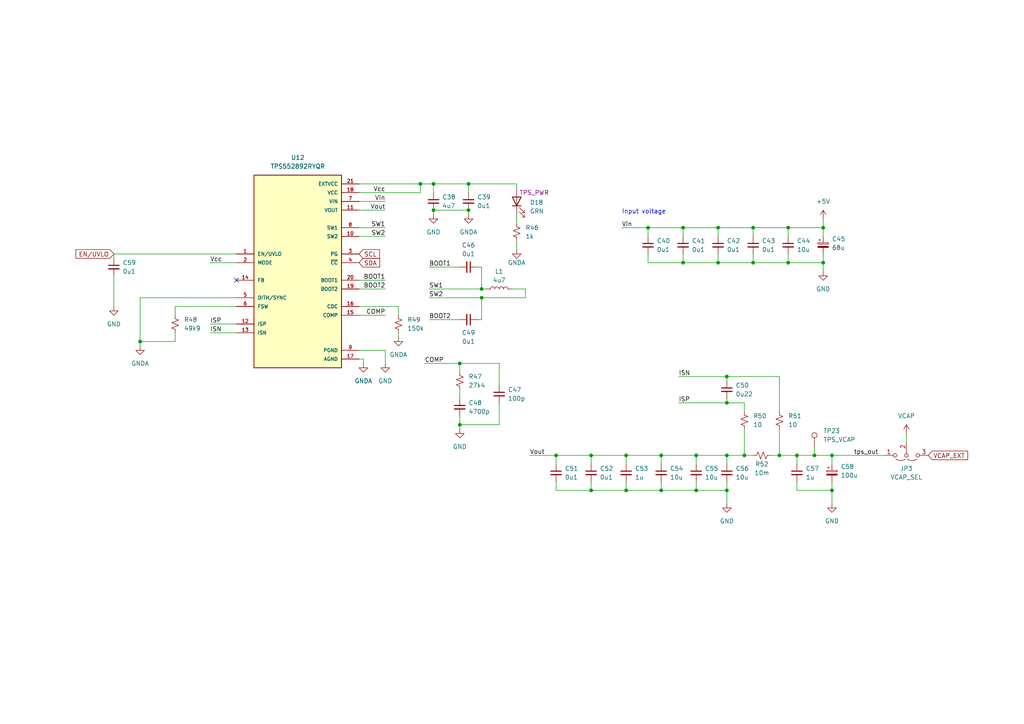
<source format=kicad_sch>
(kicad_sch (version 20230121) (generator eeschema)
  (paper "A4")
  (lib_symbols
    (symbol "Connector:TestPoint" (pin_numbers hide) (pin_names (offset 0.762) hide)
      (property "Reference" "TP" (at 0 6.858 0))
      (property "Value" "TestPoint" (at 0 5.08 0))
      (symbol "TestPoint_0_1"
        (circle (center 0 3.302) (radius 0.762))
      )
      (symbol "TestPoint_1_1"
        (pin passive line (at 0 0 90) (length 2.54) (name "1") (number "1"))
      )
    )
    (symbol "DW_custom_symbols:TPS552892RYQR" (pin_names (offset 1.016))
      (property "Reference" "U" (at -12.7 30.48 0))
      (property "Value" "TPS552892RYQR" (at -12.7 -30.48 0))
      (symbol "TPS552892RYQR_0_0"
        (rectangle (start -12.7 -27.94) (end 12.7 27.94) (stroke (width 0.254)) (fill (type background)))
        (pin input line (at -17.78 5.08 0) (length 5.08) (name "EN/UVLO") (number "1"))
        (pin power_in line (at 17.78 10.16 180) (length 5.08) (name "SW2") (number "10"))
        (pin power_in line (at 17.78 17.78 180) (length 5.08) (name "VOUT") (number "11"))
        (pin input line (at -17.78 -15.24 0) (length 5.08) (name "ISP") (number "12"))
        (pin input line (at -17.78 -17.78 0) (length 5.08) (name "ISN") (number "13"))
        (pin input line (at -17.78 -2.54 0) (length 5.08) (name "FB") (number "14"))
        (pin output line (at 17.78 -12.7 180) (length 5.08) (name "COMP") (number "15"))
        (pin output line (at 17.78 -10.16 180) (length 5.08) (name "CDC") (number "16"))
        (pin power_in line (at 17.78 -25.4 180) (length 5.08) (name "AGND") (number "17"))
        (pin power_in line (at 17.78 22.86 180) (length 5.08) (name "VCC") (number "18"))
        (pin output line (at 17.78 -5.08 180) (length 5.08) (name "BOOT2") (number "19"))
        (pin input line (at -17.78 2.54 0) (length 5.08) (name "MODE") (number "2"))
        (pin output line (at 17.78 -2.54 180) (length 5.08) (name "BOOT1") (number "20"))
        (pin power_in line (at 17.78 25.4 180) (length 5.08) (name "EXTVCC") (number "21"))
        (pin output line (at 17.78 5.08 180) (length 5.08) (name "PG") (number "3"))
        (pin output line (at 17.78 2.54 180) (length 5.08) (name "~{CC}") (number "4"))
        (pin input line (at -17.78 -7.62 0) (length 5.08) (name "DITH/SYNC") (number "5"))
        (pin input line (at -17.78 -10.16 0) (length 5.08) (name "FSW") (number "6"))
        (pin power_in line (at 17.78 20.32 180) (length 5.08) (name "VIN") (number "7"))
        (pin power_in line (at 17.78 12.7 180) (length 5.08) (name "SW1") (number "8"))
        (pin power_in line (at 17.78 -22.86 180) (length 5.08) (name "PGND") (number "9"))
      )
    )
    (symbol "Device:C_Polarized_Small" (pin_numbers hide) (pin_names (offset 0.254) hide)
      (property "Reference" "C" (at 0.254 1.778 0))
      (property "Value" "C_Polarized_Small" (at 0.254 -2.032 0))
      (symbol "C_Polarized_Small_0_1"
        (rectangle (start -1.524 -0.3048) (end 1.524 -0.6858) (fill (type outline)))
        (rectangle (start -1.524 0.6858) (end 1.524 0.3048))
        (polyline (pts (xy -1.27 1.524) (xy -0.762 1.524)))
        (polyline (pts (xy -1.016 1.27) (xy -1.016 1.778)))
      )
      (symbol "C_Polarized_Small_1_1"
        (pin passive line (at 0 2.54 270) (length 1.8542) (name "~") (number "1"))
        (pin passive line (at 0 -2.54 90) (length 1.8542) (name "~") (number "2"))
      )
    )
    (symbol "Device:C_Small" (pin_numbers hide) (pin_names (offset 0.254) hide)
      (property "Reference" "C" (at 0.254 1.778 0))
      (property "Value" "C_Small" (at 0.254 -2.032 0))
      (symbol "C_Small_0_1"
        (polyline (pts (xy -1.524 -0.508) (xy 1.524 -0.508)) (stroke (width 0.3302)))
        (polyline (pts (xy -1.524 0.508) (xy 1.524 0.508)) (stroke (width 0.3048)))
      )
      (symbol "C_Small_1_1"
        (pin passive line (at 0 2.54 270) (length 2.032) (name "~") (number "1"))
        (pin passive line (at 0 -2.54 90) (length 2.032) (name "~") (number "2"))
      )
    )
    (symbol "Device:L" (pin_numbers hide) (pin_names (offset 1.016) hide)
      (property "Reference" "L" (at -1.27 0 90))
      (property "Value" "L" (at 1.905 0 90))
      (symbol "L_0_1"
        (arc (start 0 -2.54) (mid 0.6323 -1.905) (end 0 -1.27))
        (arc (start 0 -1.27) (mid 0.6323 -0.635) (end 0 0))
        (arc (start 0 0) (mid 0.6323 0.635) (end 0 1.27))
        (arc (start 0 1.27) (mid 0.6323 1.905) (end 0 2.54))
      )
      (symbol "L_1_1"
        (pin passive line (at 0 3.81 270) (length 1.27) (name "1") (number "1"))
        (pin passive line (at 0 -3.81 90) (length 1.27) (name "2") (number "2"))
      )
    )
    (symbol "Device:LED" (pin_numbers hide) (pin_names (offset 1.016) hide)
      (property "Reference" "D" (at 0 2.54 0))
      (property "Value" "LED" (at 0 -2.54 0))
      (symbol "LED_0_1"
        (polyline (pts (xy -1.27 -1.27) (xy -1.27 1.27)) (stroke (width 0.254)))
        (polyline (pts (xy -1.27 0) (xy 1.27 0)))
        (polyline (pts (xy 1.27 -1.27) (xy 1.27 1.27) (xy -1.27 0) (xy 1.27 -1.27)) (stroke (width 0.254)))
        (polyline (pts (xy -3.048 -0.762) (xy -4.572 -2.286) (xy -3.81 -2.286) (xy -4.572 -2.286) (xy -4.572 -1.524)))
        (polyline (pts (xy -1.778 -0.762) (xy -3.302 -2.286) (xy -2.54 -2.286) (xy -3.302 -2.286) (xy -3.302 -1.524)))
      )
      (symbol "LED_1_1"
        (pin passive line (at -3.81 0 0) (length 2.54) (name "K") (number "1"))
        (pin passive line (at 3.81 0 180) (length 2.54) (name "A") (number "2"))
      )
    )
    (symbol "Device:R_Small_US" (pin_numbers hide) (pin_names (offset 0.254) hide)
      (property "Reference" "R" (at 0.762 0.508 0))
      (property "Value" "R_Small_US" (at 0.762 -1.016 0))
      (symbol "R_Small_US_1_1"
        (polyline (pts (xy 0 0) (xy 1.016 -0.381) (xy 0 -0.762) (xy -1.016 -1.143) (xy 0 -1.524)))
        (polyline (pts (xy 0 1.524) (xy 1.016 1.143) (xy 0 0.762) (xy -1.016 0.381) (xy 0 0)))
        (pin passive line (at 0 2.54 270) (length 1.016) (name "~") (number "1"))
        (pin passive line (at 0 -2.54 90) (length 1.016) (name "~") (number "2"))
      )
    )
    (symbol "Jumper:Jumper_3_Open" (pin_names (offset 0) hide)
      (property "Reference" "JP" (at -2.54 -2.54 0))
      (property "Value" "Jumper_3_Open" (at 0 2.794 0))
      (symbol "Jumper_3_Open_0_0"
        (circle (center -3.302 0) (radius 0.508))
        (circle (center 0 0) (radius 0.508))
        (circle (center 3.302 0) (radius 0.508))
      )
      (symbol "Jumper_3_Open_0_1"
        (arc (start -0.254 1.016) (mid -1.651 1.4992) (end -3.048 1.016))
        (polyline (pts (xy 0 -0.508) (xy 0 -1.27)))
        (arc (start 3.048 1.016) (mid 1.651 1.4992) (end 0.254 1.016))
      )
      (symbol "Jumper_3_Open_1_1"
        (pin passive line (at -6.35 0 0) (length 2.54) (name "A") (number "1"))
        (pin passive line (at 0 -3.81 90) (length 2.54) (name "C") (number "2"))
        (pin passive line (at 6.35 0 180) (length 2.54) (name "B") (number "3"))
      )
    )
    (symbol "VBUS_2" (power) (pin_names (offset 0))
      (property "Value" "VBUS_2" (at 0 5.08 0))
      (symbol "VBUS_2_0_1"
        (polyline (pts (xy -0.762 1.27) (xy 0 2.54)))
        (polyline (pts (xy 0 0) (xy 0 2.54)))
        (polyline (pts (xy 0 2.54) (xy 0.762 1.27)))
      )
      (symbol "VBUS_2_1_1"
        (pin power_in line (at 0 0 90) (length 0) hide (name "VCAP") (number "1"))
      )
    )
    (symbol "power:+5V" (power) (pin_names (offset 0))
      (property "Value" "+5V" (at 0 3.556 0))
      (symbol "+5V_0_1"
        (polyline (pts (xy -0.762 1.27) (xy 0 2.54)))
        (polyline (pts (xy 0 0) (xy 0 2.54)))
        (polyline (pts (xy 0 2.54) (xy 0.762 1.27)))
      )
      (symbol "+5V_1_1"
        (pin power_in line (at 0 0 90) (length 0) hide (name "+5V") (number "1"))
      )
    )
    (symbol "power:GND" (power) (pin_names (offset 0))
      (property "Value" "GND" (at 0 -3.81 0))
      (symbol "GND_0_1"
        (polyline (pts (xy 0 0) (xy 0 -1.27) (xy 1.27 -1.27) (xy 0 -2.54) (xy -1.27 -1.27) (xy 0 -1.27)))
      )
      (symbol "GND_1_1"
        (pin power_in line (at 0 0 270) (length 0) hide (name "GND") (number "1"))
      )
    )
    (symbol "power:GNDA" (power) (pin_names (offset 0))
      (property "Value" "GNDA" (at 0 -3.81 0))
      (symbol "GNDA_0_1"
        (polyline (pts (xy 0 0) (xy 0 -1.27) (xy 1.27 -1.27) (xy 0 -2.54) (xy -1.27 -1.27) (xy 0 -1.27)))
      )
      (symbol "GNDA_1_1"
        (pin power_in line (at 0 0 270) (length 0) hide (name "GNDA") (number "1"))
      )
    )
  )
  (junction (at 139.7 86.36))
  (junction (at 187.96 66.04))
  (junction (at 238.76 66.04))
  (junction (at 238.76 76.2))
  (junction (at 241.3 142.24))
  (junction (at 181.61 142.24))
  (junction (at 139.7 83.82))
  (junction (at 215.9 132.08))
  (junction (at 135.89 53.34))
  (junction (at 210.82 116.84))
  (junction (at 161.29 132.08))
  (junction (at 198.12 66.04))
  (junction (at 210.82 142.24))
  (junction (at 201.93 142.24))
  (junction (at 201.93 132.08))
  (junction (at 125.73 60.96))
  (junction (at 241.3 132.08))
  (junction (at 226.06 132.08))
  (junction (at 133.35 105.41))
  (junction (at 236.22 132.08))
  (junction (at 208.28 76.2))
  (junction (at 171.45 132.08))
  (junction (at 133.35 123.19))
  (junction (at 191.77 132.08))
  (junction (at 218.44 66.04))
  (junction (at 121.92 53.34))
  (junction (at 171.45 142.24))
  (junction (at 210.82 132.08))
  (junction (at 228.6 76.2))
  (junction (at 208.28 66.04))
  (junction (at 228.6 66.04))
  (junction (at 198.12 76.2))
  (junction (at 191.77 142.24))
  (junction (at 218.44 76.2))
  (junction (at 125.73 53.34))
  (junction (at 40.64 99.06))
  (junction (at 135.89 60.96))
  (junction (at 231.14 132.08))
  (junction (at 210.82 109.22))
  (junction (at 181.61 132.08))
  (no_connect (at 68.58 81.28))
  (wire (pts (xy 191.77 132.08) (xy 181.61 132.08)))
  (wire (pts (xy 218.44 76.2) (xy 228.6 76.2)))
  (wire (pts (xy 125.73 60.96) (xy 135.89 60.96)))
  (wire (pts (xy 238.76 76.2) (xy 238.76 78.74)))
  (wire (pts (xy 40.64 86.36) (xy 40.64 99.06)))
  (wire (pts (xy 210.82 142.24) (xy 201.93 142.24)))
  (wire (pts (xy 208.28 66.04) (xy 208.28 68.58)))
  (wire (pts (xy 40.64 86.36) (xy 68.58 86.36)))
  (wire (pts (xy 135.89 60.96) (xy 135.89 62.23)))
  (wire (pts (xy 187.96 66.04) (xy 187.96 68.58)))
  (wire (pts (xy 191.77 139.7) (xy 191.77 142.24)))
  (wire (pts (xy 111.76 101.6) (xy 104.14 101.6)))
  (wire (pts (xy 124.46 77.47) (xy 133.35 77.47)))
  (wire (pts (xy 105.41 105.41) (xy 105.41 104.14)))
  (wire (pts (xy 124.46 92.71) (xy 133.35 92.71)))
  (wire (pts (xy 105.41 104.14) (xy 104.14 104.14)))
  (wire (pts (xy 124.46 86.36) (xy 139.7 86.36)))
  (wire (pts (xy 196.85 109.22) (xy 210.82 109.22)))
  (wire (pts (xy 223.52 132.08) (xy 226.06 132.08)))
  (wire (pts (xy 238.76 63.5) (xy 238.76 66.04)))
  (wire (pts (xy 144.78 105.41) (xy 133.35 105.41)))
  (wire (pts (xy 241.3 132.08) (xy 256.54 132.08)))
  (wire (pts (xy 231.14 139.7) (xy 231.14 142.24)))
  (wire (pts (xy 149.86 69.85) (xy 149.86 72.39)))
  (wire (pts (xy 104.14 68.58) (xy 111.76 68.58)))
  (wire (pts (xy 111.76 91.44) (xy 104.14 91.44)))
  (wire (pts (xy 210.82 116.84) (xy 215.9 116.84)))
  (wire (pts (xy 139.7 92.71) (xy 139.7 86.36)))
  (wire (pts (xy 181.61 142.24) (xy 191.77 142.24)))
  (wire (pts (xy 123.19 105.41) (xy 133.35 105.41)))
  (wire (pts (xy 198.12 76.2) (xy 208.28 76.2)))
  (wire (pts (xy 161.29 132.08) (xy 161.29 134.62)))
  (wire (pts (xy 181.61 132.08) (xy 181.61 134.62)))
  (wire (pts (xy 215.9 124.46) (xy 215.9 132.08)))
  (wire (pts (xy 218.44 66.04) (xy 218.44 68.58)))
  (wire (pts (xy 236.22 129.54) (xy 236.22 132.08)))
  (wire (pts (xy 210.82 142.24) (xy 210.82 146.05)))
  (wire (pts (xy 115.57 91.44) (xy 115.57 88.9)))
  (wire (pts (xy 210.82 134.62) (xy 210.82 132.08)))
  (wire (pts (xy 226.06 119.38) (xy 226.06 109.22)))
  (wire (pts (xy 241.3 142.24) (xy 241.3 146.05)))
  (wire (pts (xy 104.14 66.04) (xy 111.76 66.04)))
  (wire (pts (xy 144.78 116.84) (xy 144.78 123.19)))
  (wire (pts (xy 33.02 73.66) (xy 68.58 73.66)))
  (wire (pts (xy 50.8 88.9) (xy 50.8 91.44)))
  (wire (pts (xy 210.82 109.22) (xy 226.06 109.22)))
  (wire (pts (xy 144.78 111.76) (xy 144.78 105.41)))
  (wire (pts (xy 226.06 132.08) (xy 231.14 132.08)))
  (wire (pts (xy 161.29 132.08) (xy 153.67 132.08)))
  (wire (pts (xy 135.89 53.34) (xy 125.73 53.34)))
  (wire (pts (xy 238.76 66.04) (xy 228.6 66.04)))
  (wire (pts (xy 218.44 66.04) (xy 208.28 66.04)))
  (wire (pts (xy 135.89 53.34) (xy 135.89 55.88)))
  (wire (pts (xy 111.76 83.82) (xy 104.14 83.82)))
  (wire (pts (xy 215.9 119.38) (xy 215.9 116.84)))
  (wire (pts (xy 201.93 132.08) (xy 191.77 132.08)))
  (wire (pts (xy 187.96 73.66) (xy 187.96 76.2)))
  (wire (pts (xy 152.4 83.82) (xy 152.4 86.36)))
  (wire (pts (xy 115.57 96.52) (xy 115.57 97.79)))
  (wire (pts (xy 187.96 76.2) (xy 198.12 76.2)))
  (wire (pts (xy 125.73 53.34) (xy 121.92 53.34)))
  (wire (pts (xy 215.9 132.08) (xy 218.44 132.08)))
  (wire (pts (xy 231.14 132.08) (xy 231.14 134.62)))
  (wire (pts (xy 111.76 105.41) (xy 111.76 101.6)))
  (wire (pts (xy 196.85 116.84) (xy 210.82 116.84)))
  (wire (pts (xy 40.64 99.06) (xy 50.8 99.06)))
  (wire (pts (xy 198.12 73.66) (xy 198.12 76.2)))
  (wire (pts (xy 104.14 60.96) (xy 111.76 60.96)))
  (wire (pts (xy 161.29 139.7) (xy 161.29 142.24)))
  (wire (pts (xy 208.28 73.66) (xy 208.28 76.2)))
  (wire (pts (xy 133.35 120.65) (xy 133.35 123.19)))
  (wire (pts (xy 210.82 109.22) (xy 210.82 110.49)))
  (wire (pts (xy 236.22 132.08) (xy 241.3 132.08)))
  (wire (pts (xy 191.77 132.08) (xy 191.77 134.62)))
  (wire (pts (xy 149.86 62.23) (xy 149.86 64.77)))
  (wire (pts (xy 111.76 81.28) (xy 104.14 81.28)))
  (wire (pts (xy 228.6 66.04) (xy 228.6 68.58)))
  (wire (pts (xy 231.14 132.08) (xy 236.22 132.08)))
  (wire (pts (xy 33.02 80.01) (xy 33.02 88.9)))
  (wire (pts (xy 50.8 96.52) (xy 50.8 99.06)))
  (wire (pts (xy 198.12 66.04) (xy 198.12 68.58)))
  (wire (pts (xy 228.6 76.2) (xy 238.76 76.2)))
  (wire (pts (xy 201.93 132.08) (xy 201.93 134.62)))
  (wire (pts (xy 149.86 53.34) (xy 135.89 53.34)))
  (wire (pts (xy 191.77 142.24) (xy 201.93 142.24)))
  (wire (pts (xy 218.44 73.66) (xy 218.44 76.2)))
  (wire (pts (xy 210.82 115.57) (xy 210.82 116.84)))
  (wire (pts (xy 124.46 83.82) (xy 139.7 83.82)))
  (wire (pts (xy 226.06 124.46) (xy 226.06 132.08)))
  (wire (pts (xy 238.76 73.66) (xy 238.76 76.2)))
  (wire (pts (xy 171.45 132.08) (xy 161.29 132.08)))
  (wire (pts (xy 139.7 86.36) (xy 152.4 86.36)))
  (wire (pts (xy 208.28 66.04) (xy 198.12 66.04)))
  (wire (pts (xy 148.59 83.82) (xy 152.4 83.82)))
  (wire (pts (xy 171.45 139.7) (xy 171.45 142.24)))
  (wire (pts (xy 228.6 66.04) (xy 218.44 66.04)))
  (wire (pts (xy 133.35 105.41) (xy 133.35 107.95)))
  (wire (pts (xy 180.34 66.04) (xy 187.96 66.04)))
  (wire (pts (xy 144.78 123.19) (xy 133.35 123.19)))
  (wire (pts (xy 139.7 83.82) (xy 140.97 83.82)))
  (wire (pts (xy 210.82 139.7) (xy 210.82 142.24)))
  (wire (pts (xy 125.73 55.88) (xy 125.73 53.34)))
  (wire (pts (xy 231.14 142.24) (xy 241.3 142.24)))
  (wire (pts (xy 241.3 132.08) (xy 241.3 134.62)))
  (wire (pts (xy 241.3 142.24) (xy 241.3 139.7)))
  (wire (pts (xy 133.35 113.03) (xy 133.35 115.57)))
  (wire (pts (xy 171.45 132.08) (xy 171.45 134.62)))
  (wire (pts (xy 139.7 77.47) (xy 139.7 83.82)))
  (wire (pts (xy 115.57 88.9) (xy 104.14 88.9)))
  (wire (pts (xy 60.96 93.98) (xy 68.58 93.98)))
  (wire (pts (xy 208.28 76.2) (xy 218.44 76.2)))
  (wire (pts (xy 149.86 54.61) (xy 149.86 53.34)))
  (wire (pts (xy 104.14 53.34) (xy 121.92 53.34)))
  (wire (pts (xy 181.61 132.08) (xy 171.45 132.08)))
  (wire (pts (xy 133.35 123.19) (xy 133.35 124.46)))
  (wire (pts (xy 121.92 53.34) (xy 121.92 55.88)))
  (wire (pts (xy 210.82 132.08) (xy 215.9 132.08)))
  (wire (pts (xy 161.29 142.24) (xy 171.45 142.24)))
  (wire (pts (xy 228.6 73.66) (xy 228.6 76.2)))
  (wire (pts (xy 171.45 142.24) (xy 181.61 142.24)))
  (wire (pts (xy 60.96 96.52) (xy 68.58 96.52)))
  (wire (pts (xy 125.73 60.96) (xy 125.73 62.23)))
  (wire (pts (xy 138.43 77.47) (xy 139.7 77.47)))
  (wire (pts (xy 138.43 92.71) (xy 139.7 92.71)))
  (wire (pts (xy 198.12 66.04) (xy 187.96 66.04)))
  (wire (pts (xy 238.76 68.58) (xy 238.76 66.04)))
  (wire (pts (xy 210.82 132.08) (xy 201.93 132.08)))
  (wire (pts (xy 104.14 58.42) (xy 111.76 58.42)))
  (wire (pts (xy 181.61 139.7) (xy 181.61 142.24)))
  (wire (pts (xy 201.93 139.7) (xy 201.93 142.24)))
  (wire (pts (xy 33.02 73.66) (xy 33.02 74.93)))
  (wire (pts (xy 40.64 99.06) (xy 40.64 100.33)))
  (wire (pts (xy 104.14 55.88) (xy 121.92 55.88)))
  (wire (pts (xy 68.58 88.9) (xy 50.8 88.9)))
  (wire (pts (xy 262.89 125.73) (xy 262.89 128.27)))
  (wire (pts (xy 60.96 76.2) (xy 68.58 76.2)))
  (text "Input voltage" (at 180.34 62.23 0) (effects (font (size 1.27 1.27)) (justify left bottom)))
  (label "Vcc" (at 111.76 55.88 180))
  (label "SW1" (at 124.46 83.82 0))
  (label "COMP" (at 111.76 91.44 180))
  (label "Vout" (at 111.76 60.96 180))
  (label "ISP" (at 196.85 116.84 0))
  (label "SW2" (at 124.46 86.36 0))
  (label "ISN" (at 60.96 96.52 0))
  (label "ISN" (at 196.85 109.22 0))
  (label "Vout" (at 153.67 132.08 0))
  (label "SW2" (at 111.76 68.58 180))
  (label "BOOT1" (at 111.76 81.28 180))
  (label "ISP" (at 60.96 93.98 0))
  (label "BOOT2" (at 111.76 83.82 180))
  (label "tps_out" (at 247.65 132.08 0))
  (label "BOOT2" (at 124.46 92.71 0))
  (label "SW1" (at 111.76 66.04 180))
  (label "COMP" (at 123.19 105.41 0))
  (label "BOOT1" (at 124.46 77.47 0))
  (label "Vcc" (at 60.96 76.2 0))
  (label "Vin" (at 111.76 58.42 180))
  (label "Vin" (at 180.34 66.04 0))
  (global_label "SDA" (shape input) (at 104.14 76.2 0) (property "Intersheetrefs" "${INTERSHEET_REFS}" (effects hide)))
  (global_label "SCL" (shape input) (at 104.14 73.66 0) (property "Intersheetrefs" "${INTERSHEET_REFS}" (effects hide)))
  (global_label "VCAP_EXT" (shape input) (at 269.24 132.08 0) (property "Intersheetrefs" "${INTERSHEET_REFS}" (effects hide)))
  (global_label "EN{slash}UVLO" (shape input) (at 33.02 73.66 180) (property "Intersheetrefs" "${INTERSHEET_REFS}" (effects hide)))
  (symbol (lib_id "Device:C_Polarized_Small") (at 241.3 137.16 0) (unit 1)
    (property "Reference" "C58" (at 243.84 135.3439 0) (effects (justify left)))
    (property "Value" "100u" (at 243.84 137.8839 0) (effects (justify left)))
    (property "Footprint" "Capacitor_SMD:CP_Elec_6.3x5.8" (effects hide))
    (property "Part No." "EEHZK1V101XP " (effects hide))
  )
  (symbol (lib_id "Device:C_Small") (at 161.29 137.16 0) (unit 1)
    (property "Reference" "C51" (at 163.83 135.8963 0) (effects (justify left)))
    (property "Value" "0u1" (at 163.83 138.4363 0) (effects (justify left)))
    (property "Footprint" "Capacitor_SMD:C_0603_1608Metric_Pad1.08x0.95mm_HandSolder" (effects hide))
  )
  (symbol (lib_name "VBUS_2") (lib_id "power:VBUS") (at 262.89 125.73 0) (unit 1)
    (property "Reference" "#PWR037" (effects hide))
    (property "Value" "VCAP" (at 262.89 120.65 0))
    (instances (project "kicad_pulse_supply-rev-C" (path "" (reference "#PWR037") (unit 1)) (path "" (reference "#PWR081") (unit 1))))
  )
  (symbol (lib_id "power:GNDA") (at 105.41 105.41 0) (unit 1)
    (property "Reference" "#PWR079" (effects hide))
    (property "Value" "GNDA" (at 105.41 110.49 0))
  )
  (symbol (lib_id "Device:C_Small") (at 181.61 137.16 0) (unit 1)
    (property "Reference" "C53" (at 184.15 135.8963 0) (effects (justify left)))
    (property "Value" "1u" (at 184.15 138.4363 0) (effects (justify left)))
    (property "Footprint" "Capacitor_SMD:C_0603_1608Metric_Pad1.08x0.95mm_HandSolder" (effects hide))
  )
  (symbol (lib_id "Device:C_Small") (at 144.78 114.3 0) (unit 1)
    (property "Reference" "C47" (at 147.32 113.0363 0) (effects (justify left)))
    (property "Value" "100p" (at 147.32 115.5763 0) (effects (justify left)))
    (property "Footprint" "Capacitor_SMD:C_0402_1005Metric_Pad0.74x0.62mm_HandSolder" (effects hide))
    (property "Part No." "CGA2B2C0G1H101J" (effects hide))
  )
  (symbol (lib_id "Device:C_Small") (at 191.77 137.16 0) (unit 1)
    (property "Reference" "C54" (at 194.31 135.8963 0) (effects (justify left)))
    (property "Value" "10u" (at 194.31 138.4363 0) (effects (justify left)))
    (property "Footprint" "Capacitor_SMD:C_1206_3216Metric_Pad1.33x1.80mm_HandSolder" (effects hide))
  )
  (symbol (lib_id "power:GNDA") (at 135.89 62.23 0) (unit 1)
    (property "Reference" "#PWR073" (effects hide))
    (property "Value" "GNDA" (at 135.89 67.31 0))
  )
  (symbol (lib_id "power:GND") (at 125.73 62.23 0) (unit 1)
    (property "Reference" "#PWR072" (effects hide))
    (property "Value" "GND" (at 125.73 67.31 0))
  )
  (symbol (lib_id "Connector:TestPoint") (at 236.22 129.54 0) (unit 1)
    (property "Reference" "TP23" (at 238.76 124.968 0) (effects (justify left)))
    (property "Value" "TPS_VCAP" (at 238.76 127.508 0) (effects (justify left)))
    (property "Footprint" "TestPoint:TestPoint_Pad_D2.5mm" (effects hide))
  )
  (symbol (lib_id "power:GND") (at 133.35 124.46 0) (unit 1)
    (property "Reference" "#PWR078" (effects hide))
    (property "Value" "GND" (at 133.35 129.54 0))
  )
  (symbol (lib_id "power:GND") (at 210.82 146.05 0) (unit 1)
    (property "Reference" "#PWR082" (effects hide))
    (property "Value" "GND" (at 210.82 151.13 0))
  )
  (symbol (lib_id "Device:C_Small") (at 208.28 71.12 0) (unit 1)
    (property "Reference" "C42" (at 210.82 69.8563 0) (effects (justify left)))
    (property "Value" "0u1" (at 210.82 72.3963 0) (effects (justify left)))
    (property "Footprint" "Capacitor_SMD:C_0603_1608Metric_Pad1.08x0.95mm_HandSolder" (effects hide))
  )
  (symbol (lib_id "DW_custom_symbols:TPS552892RYQR") (at 86.36 78.74 0) (unit 1)
    (property "Reference" "U12" (at 86.36 45.72 0))
    (property "Value" "TPS552892RYQR" (at 86.36 48.26 0))
    (property "Footprint" "DW_Library:CONV_TPS552892RYQR" (effects hide))
    (property "MF" "Texas Instruments" (effects hide))
    (property "MAXIMUM_PACKAGE_HEIGHT" "1.00mm" (effects hide))
    (property "Package" "None" (effects hide))
    (property "Price" "None" (effects hide))
    (property "Check_prices" "https://www.snapeda.com/parts/TPS552892RYQR/Texas+Instruments/view-part/?ref=eda" (effects hide))
    (property "STANDARD" "Manufacturer Recommendations" (effects hide))
    (property "PARTREV" "A" (effects hide))
    (property "SnapEDA_Link" "https://www.snapeda.com/parts/TPS552892RYQR/Texas+Instruments/view-part/?ref=snap" (effects hide))
    (property "MP" "TPS552892RYQR" (effects hide))
    (property "Purchase-URL" "https://www.snapeda.com/api/url_track_click_mouser/?unipart_id=13805360&manufacturer=Texas Instruments&part_name=TPS552892RYQR&search_term=tps55289" (effects hide))
    (property "Description" "\nBuck-Boost Switching Regulator IC Positive Programmable 0.8V 1 Output 5A 21-PowerVFQFN\n" (effects hide))
    (property "Availability" "In Stock" (effects hide))
    (property "MANUFACTURER" "Texas Instruments" (effects hide))
  )
  (symbol (lib_id "power:GNDA") (at 115.57 97.79 0) (unit 1)
    (property "Reference" "#PWR076" (effects hide))
    (property "Value" "GNDA" (at 115.57 102.87 0))
  )
  (symbol (lib_id "power:GND") (at 241.3 146.05 0) (unit 1)
    (property "Reference" "#PWR083" (effects hide))
    (property "Value" "GND" (at 241.3 151.13 0))
  )
  (symbol (lib_id "Device:C_Small") (at 187.96 71.12 0) (unit 1)
    (property "Reference" "C40" (at 190.5 69.8563 0) (effects (justify left)))
    (property "Value" "0u1" (at 190.5 72.3963 0) (effects (justify left)))
    (property "Footprint" "Capacitor_SMD:C_0603_1608Metric_Pad1.08x0.95mm_HandSolder" (effects hide))
  )
  (symbol (lib_id "Device:C_Small") (at 210.82 137.16 0) (unit 1)
    (property "Reference" "C56" (at 213.36 135.8963 0) (effects (justify left)))
    (property "Value" "10u" (at 213.36 138.4363 0) (effects (justify left)))
    (property "Footprint" "Capacitor_SMD:C_1206_3216Metric_Pad1.33x1.80mm_HandSolder" (effects hide))
  )
  (symbol (lib_id "power:GND") (at 33.02 88.9 0) (unit 1)
    (property "Reference" "#PWR075" (effects hide))
    (property "Value" "GND" (at 33.02 93.98 0))
  )
  (symbol (lib_id "Device:C_Small") (at 218.44 71.12 0) (unit 1)
    (property "Reference" "C43" (at 220.98 69.8563 0) (effects (justify left)))
    (property "Value" "0u1" (at 220.98 72.3963 0) (effects (justify left)))
    (property "Footprint" "Capacitor_SMD:C_0603_1608Metric_Pad1.08x0.95mm_HandSolder" (effects hide))
  )
  (symbol (lib_id "Device:R_Small_US") (at 50.8 93.98 0) (unit 1)
    (property "Reference" "R48" (at 53.34 92.71 0) (effects (justify left)))
    (property "Value" "49k9" (at 53.34 95.25 0) (effects (justify left)))
    (property "Footprint" "Resistor_SMD:R_0603_1608Metric_Pad0.98x0.95mm_HandSolder" (effects hide))
  )
  (symbol (lib_id "Device:C_Small") (at 135.89 92.71 270) (unit 1)
    (property "Reference" "C49" (at 135.89 96.52 90))
    (property "Value" "0u1" (at 135.89 99.06 90))
    (property "Footprint" "Capacitor_SMD:C_0603_1608Metric_Pad1.08x0.95mm_HandSolder" (effects hide))
  )
  (symbol (lib_id "Device:C_Small") (at 198.12 71.12 0) (unit 1)
    (property "Reference" "C41" (at 200.66 69.8563 0) (effects (justify left)))
    (property "Value" "0u1" (at 200.66 72.3963 0) (effects (justify left)))
    (property "Footprint" "Capacitor_SMD:C_0603_1608Metric_Pad1.08x0.95mm_HandSolder" (effects hide))
  )
  (symbol (lib_id "Device:C_Small") (at 133.35 118.11 0) (unit 1)
    (property "Reference" "C48" (at 135.89 116.8463 0) (effects (justify left)))
    (property "Value" "4700p" (at 135.89 119.3863 0) (effects (justify left)))
    (property "Footprint" "Capacitor_SMD:C_0402_1005Metric_Pad0.74x0.62mm_HandSolder" (effects hide))
    (property "Part No." "CGA2B2X7R1H472K" (effects hide))
  )
  (symbol (lib_id "Device:C_Small") (at 228.6 71.12 0) (unit 1)
    (property "Reference" "C44" (at 231.14 69.8563 0) (effects (justify left)))
    (property "Value" "10u" (at 231.14 72.3963 0) (effects (justify left)))
    (property "Footprint" "Capacitor_SMD:C_1206_3216Metric_Pad1.33x1.80mm_HandSolder" (effects hide))
  )
  (symbol (lib_id "Device:C_Small") (at 201.93 137.16 0) (unit 1)
    (property "Reference" "C55" (at 204.47 135.8963 0) (effects (justify left)))
    (property "Value" "10u" (at 204.47 138.4363 0) (effects (justify left)))
    (property "Footprint" "Capacitor_SMD:C_1206_3216Metric_Pad1.33x1.80mm_HandSolder" (effects hide))
  )
  (symbol (lib_id "Device:R_Small_US") (at 115.57 93.98 0) (unit 1)
    (property "Reference" "R49" (at 118.11 92.71 0) (effects (justify left)))
    (property "Value" "150k" (at 118.11 95.25 0) (effects (justify left)))
    (property "Footprint" "Resistor_SMD:R_0603_1608Metric_Pad0.98x0.95mm_HandSolder" (effects hide))
  )
  (symbol (lib_id "Device:C_Small") (at 171.45 137.16 0) (unit 1)
    (property "Reference" "C52" (at 173.99 135.8963 0) (effects (justify left)))
    (property "Value" "0u1" (at 173.99 138.4363 0) (effects (justify left)))
    (property "Footprint" "Capacitor_SMD:C_0603_1608Metric_Pad1.08x0.95mm_HandSolder" (effects hide))
  )
  (symbol (lib_id "power:GND") (at 111.76 105.41 0) (unit 1)
    (property "Reference" "#PWR080" (effects hide))
    (property "Value" "GND" (at 111.76 110.49 0))
  )
  (symbol (lib_id "Device:L") (at 144.78 83.82 90) (unit 1)
    (property "Reference" "L1" (at 144.78 78.74 90))
    (property "Value" "4u7" (at 144.78 81.28 90))
    (property "Footprint" "Inductor_SMD:L_Coilcraft_XAL7070-XXX" (effects hide))
    (property "Part No." "XAL7070-472MEC" (effects hide))
  )
  (symbol (lib_id "Device:C_Small") (at 135.89 58.42 0) (unit 1)
    (property "Reference" "C39" (at 138.43 57.1563 0) (effects (justify left)))
    (property "Value" "0u1" (at 138.43 59.6963 0) (effects (justify left)))
    (property "Footprint" "Capacitor_SMD:C_0603_1608Metric_Pad1.08x0.95mm_HandSolder" (effects hide))
  )
  (symbol (lib_id "power:+5V") (at 238.76 63.5 0) (unit 1)
    (property "Reference" "#PWR071" (effects hide))
    (property "Value" "+5V" (at 238.76 58.42 0))
  )
  (symbol (lib_id "power:GNDA") (at 149.86 72.39 0) (unit 1)
    (property "Reference" "#PWR022" (effects hide))
    (property "Value" "GNDA" (at 149.86 76.2 0))
  )
  (symbol (lib_id "Device:LED") (at 149.86 58.42 90) (unit 1)
    (property "Reference" "D18" (at 153.67 58.7375 90) (effects (justify right)))
    (property "Value" "GRN" (at 153.67 61.2775 90) (effects (justify right)))
    (property "Label" "TPS_PWR" (at 154.94 55.88 90))
  )
  (symbol (lib_id "power:GNDA") (at 40.64 100.33 0) (unit 1)
    (property "Reference" "#PWR077" (effects hide))
    (property "Value" "GNDA" (at 40.64 105.41 0))
  )
  (symbol (lib_id "Device:R_Small_US") (at 149.86 67.31 0) (unit 1)
    (property "Reference" "R46" (at 152.4 66.04 0) (effects (justify left)))
    (property "Value" "1k" (at 152.4 68.58 0) (effects (justify left)))
  )
  (symbol (lib_id "Device:C_Polarized_Small") (at 238.76 71.12 0) (unit 1)
    (property "Reference" "C45" (at 241.3 69.3039 0) (effects (justify left)))
    (property "Value" "68u" (at 241.3 71.8439 0) (effects (justify left)))
    (property "Footprint" "DW_Library:PCAP_EEHZ_F_PAN" (effects hide))
    (property "Part No." "EEH-ZA1H680P" (effects hide))
  )
  (symbol (lib_id "Device:C_Small") (at 33.02 77.47 0) (unit 1)
    (property "Reference" "C59" (at 35.56 76.2063 0) (effects (justify left)))
    (property "Value" "0u1" (at 35.56 78.7463 0) (effects (justify left)))
    (property "Footprint" "Capacitor_SMD:C_0603_1608Metric_Pad1.08x0.95mm_HandSolder" (effects hide))
  )
  (symbol (lib_id "Device:R_Small_US") (at 220.98 132.08 90) (unit 1)
    (property "Reference" "R52" (at 220.98 134.62 90))
    (property "Value" "10m" (at 220.98 137.16 90))
    (property "Footprint" "Resistor_SMD:R_1206_3216Metric_Pad1.30x1.75mm_HandSolder" (effects hide))
    (property "Part No." "CRF1206-FZ-R010ELF" (effects hide))
  )
  (symbol (lib_id "Device:R_Small_US") (at 226.06 121.92 0) (unit 1)
    (property "Reference" "R51" (at 228.6 120.65 0) (effects (justify left)))
    (property "Value" "10" (at 228.6 123.19 0) (effects (justify left)))
    (property "Footprint" "Resistor_SMD:R_0603_1608Metric_Pad0.98x0.95mm_HandSolder" (effects hide))
  )
  (symbol (lib_id "Jumper:Jumper_3_Open") (at 262.89 132.08 0) (mirror x) (unit 1)
    (property "Reference" "JP3" (at 262.89 135.89 0))
    (property "Value" "VCAP_SEL" (at 262.89 138.43 0))
    (property "Footprint" "DW_Library:custom_jumper" (effects hide))
  )
  (symbol (lib_id "power:GND") (at 238.76 78.74 0) (unit 1)
    (property "Reference" "#PWR074" (effects hide))
    (property "Value" "GND" (at 238.76 83.82 0))
  )
  (symbol (lib_id "Device:C_Small") (at 125.73 58.42 0) (unit 1)
    (property "Reference" "C38" (at 128.27 57.1563 0) (effects (justify left)))
    (property "Value" "4u7" (at 128.27 59.6963 0) (effects (justify left)))
    (property "Footprint" "Capacitor_SMD:C_0603_1608Metric_Pad1.08x0.95mm_HandSolder" (effects hide))
  )
  (symbol (lib_id "Device:C_Small") (at 231.14 137.16 0) (unit 1)
    (property "Reference" "C57" (at 233.68 135.8963 0) (effects (justify left)))
    (property "Value" "1u" (at 233.68 138.4363 0) (effects (justify left)))
    (property "Footprint" "Capacitor_SMD:C_0603_1608Metric_Pad1.08x0.95mm_HandSolder" (effects hide))
  )
  (symbol (lib_id "Device:R_Small_US") (at 133.35 110.49 0) (unit 1)
    (property "Reference" "R47" (at 135.89 109.22 0) (effects (justify left)))
    (property "Value" "27k4" (at 135.89 111.76 0) (effects (justify left)))
    (property "Footprint" "Resistor_SMD:R_0603_1608Metric_Pad0.98x0.95mm_HandSolder" (effects hide))
  )
  (symbol (lib_id "Device:R_Small_US") (at 215.9 121.92 0) (unit 1)
    (property "Reference" "R50" (at 218.44 120.65 0) (effects (justify left)))
    (property "Value" "10" (at 218.44 123.19 0) (effects (justify left)))
    (property "Footprint" "Resistor_SMD:R_0603_1608Metric_Pad0.98x0.95mm_HandSolder" (effects hide))
  )
  (symbol (lib_id "Device:C_Small") (at 135.89 77.47 270) (unit 1)
    (property "Reference" "C46" (at 135.8836 71.12 90))
    (property "Value" "0u1" (at 135.8836 73.66 90))
    (property "Footprint" "Capacitor_SMD:C_0603_1608Metric_Pad1.08x0.95mm_HandSolder" (effects hide))
  )
  (symbol (lib_id "Device:C_Small") (at 210.82 113.03 0) (unit 1)
    (property "Reference" "C50" (at 213.36 111.7663 0) (effects (justify left)))
    (property "Value" "0u22" (at 213.36 114.3063 0) (effects (justify left)))
    (property "Footprint" "Capacitor_SMD:C_0603_1608Metric_Pad1.08x0.95mm_HandSolder" (effects hide))
  )
)
</source>
